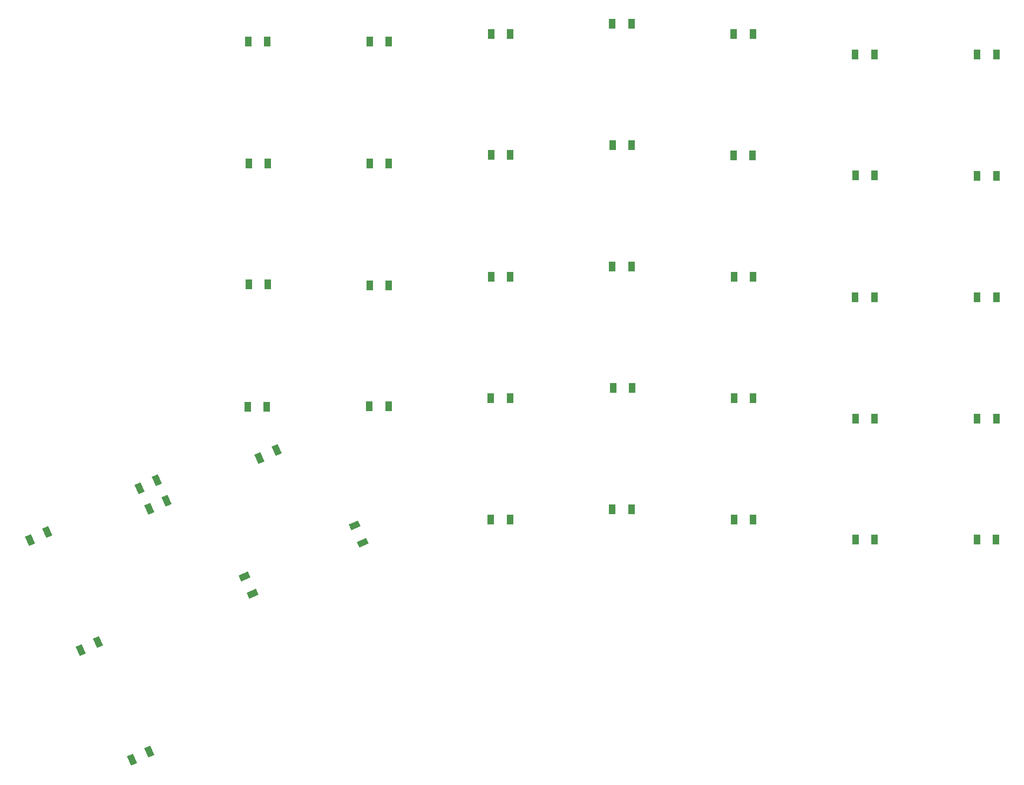
<source format=gbr>
G04 #@! TF.GenerationSoftware,KiCad,Pcbnew,(5.0.1)-rc2*
G04 #@! TF.CreationDate,2018-10-24T13:34:50+02:00*
G04 #@! TF.ProjectId,ErgoDone,4572676F446F6E652E6B696361645F70,rev?*
G04 #@! TF.SameCoordinates,Original*
G04 #@! TF.FileFunction,Paste,Top*
G04 #@! TF.FilePolarity,Positive*
%FSLAX46Y46*%
G04 Gerber Fmt 4.6, Leading zero omitted, Abs format (unit mm)*
G04 Created by KiCad (PCBNEW (5.0.1)-rc2) date 2018-10-24 13:34:50*
%MOMM*%
%LPD*%
G01*
G04 APERTURE LIST*
%ADD10R,1.000000X1.600000*%
%ADD11C,1.000000*%
%ADD12C,0.150000*%
G04 APERTURE END LIST*
D10*
G04 #@! TO.C,D1*
X70864600Y-72669400D03*
X73864600Y-72669400D03*
G04 #@! TD*
G04 #@! TO.C,D3*
X70928100Y-91808300D03*
X73928100Y-91808300D03*
G04 #@! TD*
G04 #@! TO.C,D5*
X70765855Y-129926046D03*
X73765855Y-129926046D03*
G04 #@! TD*
D11*
G04 #@! TO.C,D7*
X55307938Y-145998127D03*
D12*
G36*
X55192879Y-146934482D02*
X54516689Y-145484390D01*
X55422997Y-145061772D01*
X56099187Y-146511864D01*
X55192879Y-146934482D01*
X55192879Y-146934482D01*
G37*
D11*
X58026862Y-144730273D03*
D12*
G36*
X57911803Y-145666628D02*
X57235613Y-144216536D01*
X58141921Y-143793918D01*
X58818111Y-145244010D01*
X57911803Y-145666628D01*
X57911803Y-145666628D01*
G37*
G04 #@! TD*
D11*
G04 #@! TO.C,D9*
X36613538Y-150874927D03*
D12*
G36*
X36498479Y-151811282D02*
X35822289Y-150361190D01*
X36728597Y-149938572D01*
X37404787Y-151388664D01*
X36498479Y-151811282D01*
X36498479Y-151811282D01*
G37*
D11*
X39332462Y-149607073D03*
D12*
G36*
X39217403Y-150543428D02*
X38541213Y-149093336D01*
X39447521Y-148670718D01*
X40123711Y-150120810D01*
X39217403Y-150543428D01*
X39217403Y-150543428D01*
G37*
G04 #@! TD*
D10*
G04 #@! TO.C,D11*
X89914600Y-72669400D03*
X92914600Y-72669400D03*
G04 #@! TD*
G04 #@! TO.C,D13*
X89914600Y-91770200D03*
X92914600Y-91770200D03*
G04 #@! TD*
G04 #@! TO.C,D15*
X89914600Y-110871000D03*
X92914600Y-110871000D03*
G04 #@! TD*
G04 #@! TO.C,D17*
X89863800Y-129870200D03*
X92863800Y-129870200D03*
G04 #@! TD*
D11*
G04 #@! TO.C,D19*
X72579938Y-138022527D03*
D12*
G36*
X72464879Y-138958882D02*
X71788689Y-137508790D01*
X72694997Y-137086172D01*
X73371187Y-138536264D01*
X72464879Y-138958882D01*
X72464879Y-138958882D01*
G37*
D11*
X75298862Y-136754673D03*
D12*
G36*
X75183803Y-137691028D02*
X74507613Y-136240936D01*
X75413921Y-135818318D01*
X76090111Y-137268410D01*
X75183803Y-137691028D01*
X75183803Y-137691028D01*
G37*
G04 #@! TD*
D11*
G04 #@! TO.C,D21*
X53783938Y-142746927D03*
D12*
G36*
X53668879Y-143683282D02*
X52992689Y-142233190D01*
X53898997Y-141810572D01*
X54575187Y-143260664D01*
X53668879Y-143683282D01*
X53668879Y-143683282D01*
G37*
D11*
X56502862Y-141479073D03*
D12*
G36*
X56387803Y-142415428D02*
X55711613Y-140965336D01*
X56617921Y-140542718D01*
X57294111Y-141992810D01*
X56387803Y-142415428D01*
X56387803Y-142415428D01*
G37*
G04 #@! TD*
D10*
G04 #@! TO.C,D23*
X108964600Y-71450200D03*
X111964600Y-71450200D03*
G04 #@! TD*
G04 #@! TO.C,D25*
X108964600Y-90449400D03*
X111964600Y-90449400D03*
G04 #@! TD*
G04 #@! TO.C,D27*
X108964600Y-109550200D03*
X111964600Y-109550200D03*
G04 #@! TD*
G04 #@! TO.C,D29*
X108913800Y-128600200D03*
X111913800Y-128600200D03*
G04 #@! TD*
G04 #@! TO.C,D31*
X108913800Y-147650200D03*
X111913800Y-147650200D03*
G04 #@! TD*
D11*
G04 #@! TO.C,D33*
X44589138Y-168146927D03*
D12*
G36*
X44474079Y-169083282D02*
X43797889Y-167633190D01*
X44704197Y-167210572D01*
X45380387Y-168660664D01*
X44474079Y-169083282D01*
X44474079Y-169083282D01*
G37*
D11*
X47308062Y-166879073D03*
D12*
G36*
X47193003Y-167815428D02*
X46516813Y-166365336D01*
X47423121Y-165942718D01*
X48099311Y-167392810D01*
X47193003Y-167815428D01*
X47193003Y-167815428D01*
G37*
G04 #@! TD*
D10*
G04 #@! TO.C,D35*
X127963800Y-69824600D03*
X130963800Y-69824600D03*
G04 #@! TD*
G04 #@! TO.C,D37*
X128014600Y-88925400D03*
X131014600Y-88925400D03*
G04 #@! TD*
G04 #@! TO.C,D39*
X127963800Y-107975400D03*
X130963800Y-107975400D03*
G04 #@! TD*
G04 #@! TO.C,D41*
X128065400Y-126974600D03*
X131065400Y-126974600D03*
G04 #@! TD*
G04 #@! TO.C,D43*
X127963800Y-146075400D03*
X130963800Y-146075400D03*
G04 #@! TD*
D11*
G04 #@! TO.C,D45*
X88848127Y-151295662D03*
D12*
G36*
X89784482Y-151410721D02*
X88334390Y-152086911D01*
X87911772Y-151180603D01*
X89361864Y-150504413D01*
X89784482Y-151410721D01*
X89784482Y-151410721D01*
G37*
D11*
X87580273Y-148576738D03*
D12*
G36*
X88516628Y-148691797D02*
X87066536Y-149367987D01*
X86643918Y-148461679D01*
X88094010Y-147785489D01*
X88516628Y-148691797D01*
X88516628Y-148691797D01*
G37*
G04 #@! TD*
D10*
G04 #@! TO.C,D47*
X147013800Y-71450200D03*
X150013800Y-71450200D03*
G04 #@! TD*
G04 #@! TO.C,D49*
X146963000Y-90500200D03*
X149963000Y-90500200D03*
G04 #@! TD*
G04 #@! TO.C,D51*
X147064600Y-109550200D03*
X150064600Y-109550200D03*
G04 #@! TD*
G04 #@! TO.C,D53*
X147064600Y-128600200D03*
X150064600Y-128600200D03*
G04 #@! TD*
G04 #@! TO.C,D55*
X147064600Y-147650200D03*
X150064600Y-147650200D03*
G04 #@! TD*
D11*
G04 #@! TO.C,D57*
X71576127Y-159322062D03*
D12*
G36*
X72512482Y-159437121D02*
X71062390Y-160113311D01*
X70639772Y-159207003D01*
X72089864Y-158530813D01*
X72512482Y-159437121D01*
X72512482Y-159437121D01*
G37*
D11*
X70308273Y-156603138D03*
D12*
G36*
X71244628Y-156718197D02*
X69794536Y-157394387D01*
X69371918Y-156488079D01*
X70822010Y-155811889D01*
X71244628Y-156718197D01*
X71244628Y-156718197D01*
G37*
G04 #@! TD*
D10*
G04 #@! TO.C,D59*
X166063800Y-74650600D03*
X169063800Y-74650600D03*
G04 #@! TD*
G04 #@! TO.C,D61*
X166114600Y-93649800D03*
X169114600Y-93649800D03*
G04 #@! TD*
G04 #@! TO.C,D63*
X166063800Y-112750600D03*
X169063800Y-112750600D03*
G04 #@! TD*
G04 #@! TO.C,D65*
X166114600Y-131800600D03*
X169114600Y-131800600D03*
G04 #@! TD*
G04 #@! TO.C,D67*
X166114600Y-150799800D03*
X169114600Y-150799800D03*
G04 #@! TD*
D11*
G04 #@! TO.C,D69*
X52615538Y-185368127D03*
D12*
G36*
X52500479Y-186304482D02*
X51824289Y-184854390D01*
X52730597Y-184431772D01*
X53406787Y-185881864D01*
X52500479Y-186304482D01*
X52500479Y-186304482D01*
G37*
D11*
X55334462Y-184100273D03*
D12*
G36*
X55219403Y-185036628D02*
X54543213Y-183586536D01*
X55449521Y-183163918D01*
X56125711Y-184614010D01*
X55219403Y-185036628D01*
X55219403Y-185036628D01*
G37*
G04 #@! TD*
D10*
G04 #@! TO.C,D79*
X185164600Y-150799800D03*
X188164600Y-150799800D03*
G04 #@! TD*
G04 #@! TO.C,D71*
X185190000Y-74676000D03*
X188190000Y-74676000D03*
G04 #@! TD*
G04 #@! TO.C,D73*
X185190000Y-93726000D03*
X188190000Y-93726000D03*
G04 #@! TD*
G04 #@! TO.C,D76*
X185190000Y-112776000D03*
X188190000Y-112776000D03*
G04 #@! TD*
G04 #@! TO.C,D78*
X185190000Y-131826000D03*
X188190000Y-131826000D03*
G04 #@! TD*
G04 #@! TO.C,D802*
X70950960Y-110744000D03*
X73950960Y-110744000D03*
G04 #@! TD*
M02*

</source>
